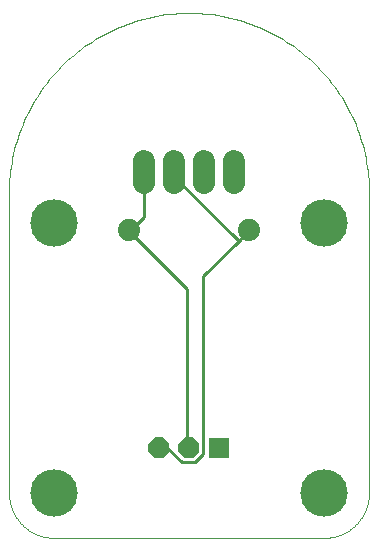
<source format=gtl>
G75*
%MOIN*%
%OFA0B0*%
%FSLAX25Y25*%
%IPPOS*%
%LPD*%
%AMOC8*
5,1,8,0,0,1.08239X$1,22.5*
%
%ADD10C,0.07400*%
%ADD11C,0.07400*%
%ADD12C,0.15811*%
%ADD13C,0.00000*%
%ADD14OC8,0.07000*%
%ADD15R,0.07000X0.07000*%
%ADD16C,0.01000*%
D10*
X0046500Y0122300D02*
X0046500Y0129700D01*
X0056500Y0129700D02*
X0056500Y0122300D01*
X0066500Y0122300D02*
X0066500Y0129700D01*
X0076500Y0129700D02*
X0076500Y0122300D01*
D11*
X0081500Y0106500D03*
X0041500Y0106500D03*
D12*
X0016500Y0109000D03*
X0016500Y0019000D03*
X0106500Y0019000D03*
X0106500Y0109000D03*
D13*
X0001500Y0119000D02*
X0001500Y0019000D01*
X0001504Y0018638D01*
X0001518Y0018275D01*
X0001539Y0017913D01*
X0001570Y0017552D01*
X0001609Y0017192D01*
X0001657Y0016833D01*
X0001714Y0016475D01*
X0001779Y0016118D01*
X0001853Y0015763D01*
X0001936Y0015410D01*
X0002027Y0015059D01*
X0002126Y0014711D01*
X0002234Y0014365D01*
X0002350Y0014021D01*
X0002475Y0013681D01*
X0002607Y0013344D01*
X0002748Y0013010D01*
X0002897Y0012679D01*
X0003054Y0012352D01*
X0003218Y0012029D01*
X0003390Y0011710D01*
X0003570Y0011396D01*
X0003758Y0011085D01*
X0003953Y0010780D01*
X0004155Y0010479D01*
X0004365Y0010183D01*
X0004581Y0009893D01*
X0004805Y0009607D01*
X0005035Y0009327D01*
X0005272Y0009053D01*
X0005516Y0008785D01*
X0005766Y0008522D01*
X0006022Y0008266D01*
X0006285Y0008016D01*
X0006553Y0007772D01*
X0006827Y0007535D01*
X0007107Y0007305D01*
X0007393Y0007081D01*
X0007683Y0006865D01*
X0007979Y0006655D01*
X0008280Y0006453D01*
X0008585Y0006258D01*
X0008896Y0006070D01*
X0009210Y0005890D01*
X0009529Y0005718D01*
X0009852Y0005554D01*
X0010179Y0005397D01*
X0010510Y0005248D01*
X0010844Y0005107D01*
X0011181Y0004975D01*
X0011521Y0004850D01*
X0011865Y0004734D01*
X0012211Y0004626D01*
X0012559Y0004527D01*
X0012910Y0004436D01*
X0013263Y0004353D01*
X0013618Y0004279D01*
X0013975Y0004214D01*
X0014333Y0004157D01*
X0014692Y0004109D01*
X0015052Y0004070D01*
X0015413Y0004039D01*
X0015775Y0004018D01*
X0016138Y0004004D01*
X0016500Y0004000D01*
X0106500Y0004000D01*
X0106862Y0004004D01*
X0107225Y0004018D01*
X0107587Y0004039D01*
X0107948Y0004070D01*
X0108308Y0004109D01*
X0108667Y0004157D01*
X0109025Y0004214D01*
X0109382Y0004279D01*
X0109737Y0004353D01*
X0110090Y0004436D01*
X0110441Y0004527D01*
X0110789Y0004626D01*
X0111135Y0004734D01*
X0111479Y0004850D01*
X0111819Y0004975D01*
X0112156Y0005107D01*
X0112490Y0005248D01*
X0112821Y0005397D01*
X0113148Y0005554D01*
X0113471Y0005718D01*
X0113790Y0005890D01*
X0114104Y0006070D01*
X0114415Y0006258D01*
X0114720Y0006453D01*
X0115021Y0006655D01*
X0115317Y0006865D01*
X0115607Y0007081D01*
X0115893Y0007305D01*
X0116173Y0007535D01*
X0116447Y0007772D01*
X0116715Y0008016D01*
X0116978Y0008266D01*
X0117234Y0008522D01*
X0117484Y0008785D01*
X0117728Y0009053D01*
X0117965Y0009327D01*
X0118195Y0009607D01*
X0118419Y0009893D01*
X0118635Y0010183D01*
X0118845Y0010479D01*
X0119047Y0010780D01*
X0119242Y0011085D01*
X0119430Y0011396D01*
X0119610Y0011710D01*
X0119782Y0012029D01*
X0119946Y0012352D01*
X0120103Y0012679D01*
X0120252Y0013010D01*
X0120393Y0013344D01*
X0120525Y0013681D01*
X0120650Y0014021D01*
X0120766Y0014365D01*
X0120874Y0014711D01*
X0120973Y0015059D01*
X0121064Y0015410D01*
X0121147Y0015763D01*
X0121221Y0016118D01*
X0121286Y0016475D01*
X0121343Y0016833D01*
X0121391Y0017192D01*
X0121430Y0017552D01*
X0121461Y0017913D01*
X0121482Y0018275D01*
X0121496Y0018638D01*
X0121500Y0019000D01*
X0121500Y0119000D01*
X0121482Y0120461D01*
X0121429Y0121921D01*
X0121340Y0123380D01*
X0121216Y0124836D01*
X0121056Y0126288D01*
X0120861Y0127736D01*
X0120630Y0129179D01*
X0120365Y0130616D01*
X0120065Y0132046D01*
X0119730Y0133468D01*
X0119360Y0134882D01*
X0118956Y0136286D01*
X0118518Y0137680D01*
X0118046Y0139063D01*
X0117541Y0140434D01*
X0117002Y0141792D01*
X0116431Y0143137D01*
X0115827Y0144467D01*
X0115191Y0145783D01*
X0114523Y0147082D01*
X0113823Y0148365D01*
X0113092Y0149630D01*
X0112331Y0150878D01*
X0111540Y0152106D01*
X0110719Y0153315D01*
X0109869Y0154503D01*
X0108990Y0155670D01*
X0108083Y0156816D01*
X0107148Y0157939D01*
X0106186Y0159039D01*
X0105198Y0160115D01*
X0104184Y0161167D01*
X0103144Y0162194D01*
X0102080Y0163195D01*
X0100992Y0164171D01*
X0099880Y0165119D01*
X0098746Y0166040D01*
X0097589Y0166933D01*
X0096412Y0167797D01*
X0095213Y0168633D01*
X0093994Y0169439D01*
X0092756Y0170216D01*
X0091500Y0170962D01*
X0090226Y0171677D01*
X0088935Y0172361D01*
X0087627Y0173013D01*
X0086304Y0173633D01*
X0084966Y0174221D01*
X0083615Y0174776D01*
X0082250Y0175298D01*
X0080873Y0175786D01*
X0079484Y0176241D01*
X0078085Y0176662D01*
X0076676Y0177049D01*
X0075258Y0177401D01*
X0073832Y0177719D01*
X0072398Y0178002D01*
X0070958Y0178250D01*
X0069513Y0178463D01*
X0068062Y0178640D01*
X0066608Y0178782D01*
X0065151Y0178889D01*
X0063691Y0178960D01*
X0062231Y0178996D01*
X0060769Y0178996D01*
X0059309Y0178960D01*
X0057849Y0178889D01*
X0056392Y0178782D01*
X0054938Y0178640D01*
X0053487Y0178463D01*
X0052042Y0178250D01*
X0050602Y0178002D01*
X0049168Y0177719D01*
X0047742Y0177401D01*
X0046324Y0177049D01*
X0044915Y0176662D01*
X0043516Y0176241D01*
X0042127Y0175786D01*
X0040750Y0175298D01*
X0039385Y0174776D01*
X0038034Y0174221D01*
X0036696Y0173633D01*
X0035373Y0173013D01*
X0034065Y0172361D01*
X0032774Y0171677D01*
X0031500Y0170962D01*
X0030244Y0170216D01*
X0029006Y0169439D01*
X0027787Y0168633D01*
X0026588Y0167797D01*
X0025411Y0166933D01*
X0024254Y0166040D01*
X0023120Y0165119D01*
X0022008Y0164171D01*
X0020920Y0163195D01*
X0019856Y0162194D01*
X0018816Y0161167D01*
X0017802Y0160115D01*
X0016814Y0159039D01*
X0015852Y0157939D01*
X0014917Y0156816D01*
X0014010Y0155670D01*
X0013131Y0154503D01*
X0012281Y0153315D01*
X0011460Y0152106D01*
X0010669Y0150878D01*
X0009908Y0149630D01*
X0009177Y0148365D01*
X0008477Y0147082D01*
X0007809Y0145783D01*
X0007173Y0144467D01*
X0006569Y0143137D01*
X0005998Y0141792D01*
X0005459Y0140434D01*
X0004954Y0139063D01*
X0004482Y0137680D01*
X0004044Y0136286D01*
X0003640Y0134882D01*
X0003270Y0133468D01*
X0002935Y0132046D01*
X0002635Y0130616D01*
X0002370Y0129179D01*
X0002139Y0127736D01*
X0001944Y0126288D01*
X0001784Y0124836D01*
X0001660Y0123380D01*
X0001571Y0121921D01*
X0001518Y0120461D01*
X0001500Y0119000D01*
D14*
X0051500Y0034000D03*
X0061500Y0034000D03*
D15*
X0071500Y0034000D03*
D16*
X0066300Y0031900D02*
X0066300Y0091300D01*
X0078000Y0103000D01*
X0057300Y0123700D01*
X0057300Y0125500D01*
X0056500Y0126000D01*
X0046500Y0126000D02*
X0046500Y0111100D01*
X0042000Y0106600D01*
X0041500Y0106500D01*
X0042000Y0105700D01*
X0060900Y0086800D01*
X0060900Y0034600D01*
X0061500Y0034000D01*
X0063600Y0029200D02*
X0059100Y0029200D01*
X0054600Y0033700D01*
X0051900Y0033700D01*
X0051500Y0034000D01*
X0063600Y0029200D02*
X0066300Y0031900D01*
X0078000Y0103000D02*
X0081500Y0106500D01*
M02*

</source>
